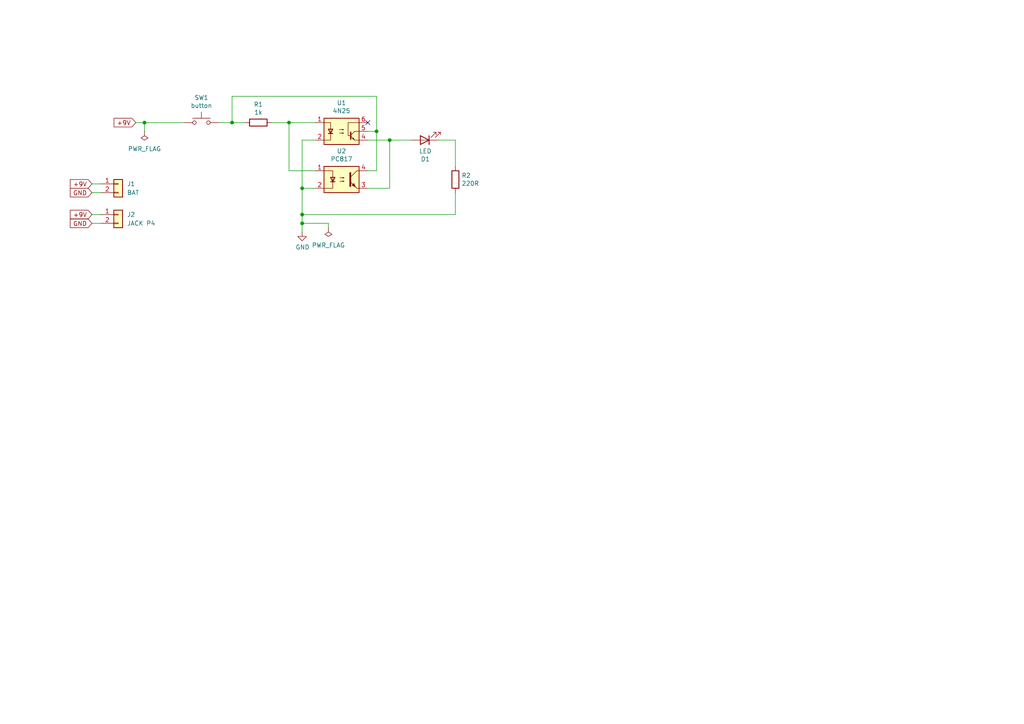
<source format=kicad_sch>
(kicad_sch (version 20211123) (generator eeschema)

  (uuid 67f6e996-3c99-493c-8f6f-e739e2ed5d7a)

  (paper "A4")

  (title_block
    (title "Opto Coupler Tester")
    (date "2022-03-14")
    (rev "Alfredo Savi")
  )

  (lib_symbols
    (symbol "Connector_Generic:Conn_01x02" (pin_names (offset 1.016) hide) (in_bom yes) (on_board yes)
      (property "Reference" "J" (id 0) (at 0 2.54 0)
        (effects (font (size 1.27 1.27)))
      )
      (property "Value" "Conn_01x02" (id 1) (at 0 -5.08 0)
        (effects (font (size 1.27 1.27)))
      )
      (property "Footprint" "" (id 2) (at 0 0 0)
        (effects (font (size 1.27 1.27)) hide)
      )
      (property "Datasheet" "~" (id 3) (at 0 0 0)
        (effects (font (size 1.27 1.27)) hide)
      )
      (property "ki_keywords" "connector" (id 4) (at 0 0 0)
        (effects (font (size 1.27 1.27)) hide)
      )
      (property "ki_description" "Generic connector, single row, 01x02, script generated (kicad-library-utils/schlib/autogen/connector/)" (id 5) (at 0 0 0)
        (effects (font (size 1.27 1.27)) hide)
      )
      (property "ki_fp_filters" "Connector*:*_1x??_*" (id 6) (at 0 0 0)
        (effects (font (size 1.27 1.27)) hide)
      )
      (symbol "Conn_01x02_1_1"
        (rectangle (start -1.27 -2.413) (end 0 -2.667)
          (stroke (width 0.1524) (type default) (color 0 0 0 0))
          (fill (type none))
        )
        (rectangle (start -1.27 0.127) (end 0 -0.127)
          (stroke (width 0.1524) (type default) (color 0 0 0 0))
          (fill (type none))
        )
        (rectangle (start -1.27 1.27) (end 1.27 -3.81)
          (stroke (width 0.254) (type default) (color 0 0 0 0))
          (fill (type background))
        )
        (pin passive line (at -5.08 0 0) (length 3.81)
          (name "Pin_1" (effects (font (size 1.27 1.27))))
          (number "1" (effects (font (size 1.27 1.27))))
        )
        (pin passive line (at -5.08 -2.54 0) (length 3.81)
          (name "Pin_2" (effects (font (size 1.27 1.27))))
          (number "2" (effects (font (size 1.27 1.27))))
        )
      )
    )
    (symbol "Device:LED" (pin_numbers hide) (pin_names (offset 1.016) hide) (in_bom yes) (on_board yes)
      (property "Reference" "D" (id 0) (at 0 2.54 0)
        (effects (font (size 1.27 1.27)))
      )
      (property "Value" "LED" (id 1) (at 0 -2.54 0)
        (effects (font (size 1.27 1.27)))
      )
      (property "Footprint" "" (id 2) (at 0 0 0)
        (effects (font (size 1.27 1.27)) hide)
      )
      (property "Datasheet" "~" (id 3) (at 0 0 0)
        (effects (font (size 1.27 1.27)) hide)
      )
      (property "ki_keywords" "LED diode" (id 4) (at 0 0 0)
        (effects (font (size 1.27 1.27)) hide)
      )
      (property "ki_description" "Light emitting diode" (id 5) (at 0 0 0)
        (effects (font (size 1.27 1.27)) hide)
      )
      (property "ki_fp_filters" "LED* LED_SMD:* LED_THT:*" (id 6) (at 0 0 0)
        (effects (font (size 1.27 1.27)) hide)
      )
      (symbol "LED_0_1"
        (polyline
          (pts
            (xy -1.27 -1.27)
            (xy -1.27 1.27)
          )
          (stroke (width 0.254) (type default) (color 0 0 0 0))
          (fill (type none))
        )
        (polyline
          (pts
            (xy -1.27 0)
            (xy 1.27 0)
          )
          (stroke (width 0) (type default) (color 0 0 0 0))
          (fill (type none))
        )
        (polyline
          (pts
            (xy 1.27 -1.27)
            (xy 1.27 1.27)
            (xy -1.27 0)
            (xy 1.27 -1.27)
          )
          (stroke (width 0.254) (type default) (color 0 0 0 0))
          (fill (type none))
        )
        (polyline
          (pts
            (xy -3.048 -0.762)
            (xy -4.572 -2.286)
            (xy -3.81 -2.286)
            (xy -4.572 -2.286)
            (xy -4.572 -1.524)
          )
          (stroke (width 0) (type default) (color 0 0 0 0))
          (fill (type none))
        )
        (polyline
          (pts
            (xy -1.778 -0.762)
            (xy -3.302 -2.286)
            (xy -2.54 -2.286)
            (xy -3.302 -2.286)
            (xy -3.302 -1.524)
          )
          (stroke (width 0) (type default) (color 0 0 0 0))
          (fill (type none))
        )
      )
      (symbol "LED_1_1"
        (pin passive line (at -3.81 0 0) (length 2.54)
          (name "K" (effects (font (size 1.27 1.27))))
          (number "1" (effects (font (size 1.27 1.27))))
        )
        (pin passive line (at 3.81 0 180) (length 2.54)
          (name "A" (effects (font (size 1.27 1.27))))
          (number "2" (effects (font (size 1.27 1.27))))
        )
      )
    )
    (symbol "Device:R" (pin_numbers hide) (pin_names (offset 0)) (in_bom yes) (on_board yes)
      (property "Reference" "R" (id 0) (at 2.032 0 90)
        (effects (font (size 1.27 1.27)))
      )
      (property "Value" "R" (id 1) (at 0 0 90)
        (effects (font (size 1.27 1.27)))
      )
      (property "Footprint" "" (id 2) (at -1.778 0 90)
        (effects (font (size 1.27 1.27)) hide)
      )
      (property "Datasheet" "~" (id 3) (at 0 0 0)
        (effects (font (size 1.27 1.27)) hide)
      )
      (property "ki_keywords" "R res resistor" (id 4) (at 0 0 0)
        (effects (font (size 1.27 1.27)) hide)
      )
      (property "ki_description" "Resistor" (id 5) (at 0 0 0)
        (effects (font (size 1.27 1.27)) hide)
      )
      (property "ki_fp_filters" "R_*" (id 6) (at 0 0 0)
        (effects (font (size 1.27 1.27)) hide)
      )
      (symbol "R_0_1"
        (rectangle (start -1.016 -2.54) (end 1.016 2.54)
          (stroke (width 0.254) (type default) (color 0 0 0 0))
          (fill (type none))
        )
      )
      (symbol "R_1_1"
        (pin passive line (at 0 3.81 270) (length 1.27)
          (name "~" (effects (font (size 1.27 1.27))))
          (number "1" (effects (font (size 1.27 1.27))))
        )
        (pin passive line (at 0 -3.81 90) (length 1.27)
          (name "~" (effects (font (size 1.27 1.27))))
          (number "2" (effects (font (size 1.27 1.27))))
        )
      )
    )
    (symbol "Isolator:4N25" (pin_names (offset 1.016)) (in_bom yes) (on_board yes)
      (property "Reference" "U" (id 0) (at -5.08 5.08 0)
        (effects (font (size 1.27 1.27)) (justify left))
      )
      (property "Value" "4N25" (id 1) (at 0 5.08 0)
        (effects (font (size 1.27 1.27)) (justify left))
      )
      (property "Footprint" "Package_DIP:DIP-6_W7.62mm" (id 2) (at -5.08 -5.08 0)
        (effects (font (size 1.27 1.27) italic) (justify left) hide)
      )
      (property "Datasheet" "https://www.vishay.com/docs/83725/4n25.pdf" (id 3) (at 0 0 0)
        (effects (font (size 1.27 1.27)) (justify left) hide)
      )
      (property "ki_keywords" "NPN DC Optocoupler Base Connected" (id 4) (at 0 0 0)
        (effects (font (size 1.27 1.27)) hide)
      )
      (property "ki_description" "DC Optocoupler Base Connected, Vce 30V, CTR 20%, Viso 2500V, DIP6" (id 5) (at 0 0 0)
        (effects (font (size 1.27 1.27)) hide)
      )
      (property "ki_fp_filters" "DIP*W7.62mm*" (id 6) (at 0 0 0)
        (effects (font (size 1.27 1.27)) hide)
      )
      (symbol "4N25_0_1"
        (rectangle (start -5.08 3.81) (end 5.08 -3.81)
          (stroke (width 0.254) (type default) (color 0 0 0 0))
          (fill (type background))
        )
        (polyline
          (pts
            (xy -3.81 -0.635)
            (xy -2.54 -0.635)
          )
          (stroke (width 0.254) (type default) (color 0 0 0 0))
          (fill (type none))
        )
        (polyline
          (pts
            (xy 2.667 -1.397)
            (xy 3.81 -2.54)
          )
          (stroke (width 0) (type default) (color 0 0 0 0))
          (fill (type none))
        )
        (polyline
          (pts
            (xy 2.667 -1.143)
            (xy 3.81 0)
          )
          (stroke (width 0) (type default) (color 0 0 0 0))
          (fill (type none))
        )
        (polyline
          (pts
            (xy 3.81 -2.54)
            (xy 5.08 -2.54)
          )
          (stroke (width 0) (type default) (color 0 0 0 0))
          (fill (type none))
        )
        (polyline
          (pts
            (xy 3.81 0)
            (xy 5.08 0)
          )
          (stroke (width 0) (type default) (color 0 0 0 0))
          (fill (type none))
        )
        (polyline
          (pts
            (xy 2.667 -0.254)
            (xy 2.667 -2.286)
            (xy 2.667 -2.286)
          )
          (stroke (width 0.3556) (type default) (color 0 0 0 0))
          (fill (type none))
        )
        (polyline
          (pts
            (xy -5.08 -2.54)
            (xy -3.175 -2.54)
            (xy -3.175 2.54)
            (xy -5.08 2.54)
          )
          (stroke (width 0) (type default) (color 0 0 0 0))
          (fill (type none))
        )
        (polyline
          (pts
            (xy -3.175 -0.635)
            (xy -3.81 0.635)
            (xy -2.54 0.635)
            (xy -3.175 -0.635)
          )
          (stroke (width 0.254) (type default) (color 0 0 0 0))
          (fill (type none))
        )
        (polyline
          (pts
            (xy 3.683 -2.413)
            (xy 3.429 -1.905)
            (xy 3.175 -2.159)
            (xy 3.683 -2.413)
          )
          (stroke (width 0) (type default) (color 0 0 0 0))
          (fill (type none))
        )
        (polyline
          (pts
            (xy 5.08 2.54)
            (xy 1.905 2.54)
            (xy 1.905 -1.27)
            (xy 2.54 -1.27)
          )
          (stroke (width 0) (type default) (color 0 0 0 0))
          (fill (type none))
        )
        (polyline
          (pts
            (xy -0.635 -0.508)
            (xy 0.635 -0.508)
            (xy 0.254 -0.635)
            (xy 0.254 -0.381)
            (xy 0.635 -0.508)
          )
          (stroke (width 0) (type default) (color 0 0 0 0))
          (fill (type none))
        )
        (polyline
          (pts
            (xy -0.635 0.508)
            (xy 0.635 0.508)
            (xy 0.254 0.381)
            (xy 0.254 0.635)
            (xy 0.635 0.508)
          )
          (stroke (width 0) (type default) (color 0 0 0 0))
          (fill (type none))
        )
      )
      (symbol "4N25_1_1"
        (pin passive line (at -7.62 2.54 0) (length 2.54)
          (name "~" (effects (font (size 1.27 1.27))))
          (number "1" (effects (font (size 1.27 1.27))))
        )
        (pin passive line (at -7.62 -2.54 0) (length 2.54)
          (name "~" (effects (font (size 1.27 1.27))))
          (number "2" (effects (font (size 1.27 1.27))))
        )
        (pin no_connect line (at -5.08 0 0) (length 2.54) hide
          (name "NC" (effects (font (size 1.27 1.27))))
          (number "3" (effects (font (size 1.27 1.27))))
        )
        (pin passive line (at 7.62 -2.54 180) (length 2.54)
          (name "~" (effects (font (size 1.27 1.27))))
          (number "4" (effects (font (size 1.27 1.27))))
        )
        (pin passive line (at 7.62 0 180) (length 2.54)
          (name "~" (effects (font (size 1.27 1.27))))
          (number "5" (effects (font (size 1.27 1.27))))
        )
        (pin passive line (at 7.62 2.54 180) (length 2.54)
          (name "~" (effects (font (size 1.27 1.27))))
          (number "6" (effects (font (size 1.27 1.27))))
        )
      )
    )
    (symbol "Isolator:PC817" (pin_names (offset 1.016)) (in_bom yes) (on_board yes)
      (property "Reference" "U" (id 0) (at -5.08 5.08 0)
        (effects (font (size 1.27 1.27)) (justify left))
      )
      (property "Value" "PC817" (id 1) (at 0 5.08 0)
        (effects (font (size 1.27 1.27)) (justify left))
      )
      (property "Footprint" "Package_DIP:DIP-4_W7.62mm" (id 2) (at -5.08 -5.08 0)
        (effects (font (size 1.27 1.27) italic) (justify left) hide)
      )
      (property "Datasheet" "http://www.soselectronic.cz/a_info/resource/d/pc817.pdf" (id 3) (at 0 0 0)
        (effects (font (size 1.27 1.27)) (justify left) hide)
      )
      (property "ki_keywords" "NPN DC Optocoupler" (id 4) (at 0 0 0)
        (effects (font (size 1.27 1.27)) hide)
      )
      (property "ki_description" "DC Optocoupler, Vce 35V, CTR 50-300%, DIP-4" (id 5) (at 0 0 0)
        (effects (font (size 1.27 1.27)) hide)
      )
      (property "ki_fp_filters" "DIP*W7.62mm*" (id 6) (at 0 0 0)
        (effects (font (size 1.27 1.27)) hide)
      )
      (symbol "PC817_0_1"
        (rectangle (start -5.08 3.81) (end 5.08 -3.81)
          (stroke (width 0.254) (type default) (color 0 0 0 0))
          (fill (type background))
        )
        (polyline
          (pts
            (xy -3.175 -0.635)
            (xy -1.905 -0.635)
          )
          (stroke (width 0.254) (type default) (color 0 0 0 0))
          (fill (type none))
        )
        (polyline
          (pts
            (xy 2.54 0.635)
            (xy 4.445 2.54)
          )
          (stroke (width 0) (type default) (color 0 0 0 0))
          (fill (type none))
        )
        (polyline
          (pts
            (xy 4.445 -2.54)
            (xy 2.54 -0.635)
          )
          (stroke (width 0) (type default) (color 0 0 0 0))
          (fill (type outline))
        )
        (polyline
          (pts
            (xy 4.445 -2.54)
            (xy 5.08 -2.54)
          )
          (stroke (width 0) (type default) (color 0 0 0 0))
          (fill (type none))
        )
        (polyline
          (pts
            (xy 4.445 2.54)
            (xy 5.08 2.54)
          )
          (stroke (width 0) (type default) (color 0 0 0 0))
          (fill (type none))
        )
        (polyline
          (pts
            (xy -5.08 2.54)
            (xy -2.54 2.54)
            (xy -2.54 -0.635)
          )
          (stroke (width 0) (type default) (color 0 0 0 0))
          (fill (type none))
        )
        (polyline
          (pts
            (xy -2.54 -0.635)
            (xy -2.54 -2.54)
            (xy -5.08 -2.54)
          )
          (stroke (width 0) (type default) (color 0 0 0 0))
          (fill (type none))
        )
        (polyline
          (pts
            (xy 2.54 1.905)
            (xy 2.54 -1.905)
            (xy 2.54 -1.905)
          )
          (stroke (width 0.508) (type default) (color 0 0 0 0))
          (fill (type none))
        )
        (polyline
          (pts
            (xy -2.54 -0.635)
            (xy -3.175 0.635)
            (xy -1.905 0.635)
            (xy -2.54 -0.635)
          )
          (stroke (width 0.254) (type default) (color 0 0 0 0))
          (fill (type none))
        )
        (polyline
          (pts
            (xy -0.508 -0.508)
            (xy 0.762 -0.508)
            (xy 0.381 -0.635)
            (xy 0.381 -0.381)
            (xy 0.762 -0.508)
          )
          (stroke (width 0) (type default) (color 0 0 0 0))
          (fill (type none))
        )
        (polyline
          (pts
            (xy -0.508 0.508)
            (xy 0.762 0.508)
            (xy 0.381 0.381)
            (xy 0.381 0.635)
            (xy 0.762 0.508)
          )
          (stroke (width 0) (type default) (color 0 0 0 0))
          (fill (type none))
        )
        (polyline
          (pts
            (xy 3.048 -1.651)
            (xy 3.556 -1.143)
            (xy 4.064 -2.159)
            (xy 3.048 -1.651)
            (xy 3.048 -1.651)
          )
          (stroke (width 0) (type default) (color 0 0 0 0))
          (fill (type outline))
        )
      )
      (symbol "PC817_1_1"
        (pin passive line (at -7.62 2.54 0) (length 2.54)
          (name "~" (effects (font (size 1.27 1.27))))
          (number "1" (effects (font (size 1.27 1.27))))
        )
        (pin passive line (at -7.62 -2.54 0) (length 2.54)
          (name "~" (effects (font (size 1.27 1.27))))
          (number "2" (effects (font (size 1.27 1.27))))
        )
        (pin passive line (at 7.62 -2.54 180) (length 2.54)
          (name "~" (effects (font (size 1.27 1.27))))
          (number "3" (effects (font (size 1.27 1.27))))
        )
        (pin passive line (at 7.62 2.54 180) (length 2.54)
          (name "~" (effects (font (size 1.27 1.27))))
          (number "4" (effects (font (size 1.27 1.27))))
        )
      )
    )
    (symbol "Switch:SW_MEC_5G" (pin_numbers hide) (pin_names (offset 1.016) hide) (in_bom yes) (on_board yes)
      (property "Reference" "SW" (id 0) (at 1.27 2.54 0)
        (effects (font (size 1.27 1.27)) (justify left))
      )
      (property "Value" "SW_MEC_5G" (id 1) (at 0 -1.524 0)
        (effects (font (size 1.27 1.27)))
      )
      (property "Footprint" "" (id 2) (at 0 5.08 0)
        (effects (font (size 1.27 1.27)) hide)
      )
      (property "Datasheet" "http://www.apem.com/int/index.php?controller=attachment&id_attachment=488" (id 3) (at 0 5.08 0)
        (effects (font (size 1.27 1.27)) hide)
      )
      (property "ki_keywords" "switch normally-open pushbutton push-button" (id 4) (at 0 0 0)
        (effects (font (size 1.27 1.27)) hide)
      )
      (property "ki_description" "MEC 5G single pole normally-open tactile switch" (id 5) (at 0 0 0)
        (effects (font (size 1.27 1.27)) hide)
      )
      (property "ki_fp_filters" "SW*MEC*5G*" (id 6) (at 0 0 0)
        (effects (font (size 1.27 1.27)) hide)
      )
      (symbol "SW_MEC_5G_0_1"
        (circle (center -2.032 0) (radius 0.508)
          (stroke (width 0) (type default) (color 0 0 0 0))
          (fill (type none))
        )
        (polyline
          (pts
            (xy 0 1.27)
            (xy 0 3.048)
          )
          (stroke (width 0) (type default) (color 0 0 0 0))
          (fill (type none))
        )
        (polyline
          (pts
            (xy 2.54 1.27)
            (xy -2.54 1.27)
          )
          (stroke (width 0) (type default) (color 0 0 0 0))
          (fill (type none))
        )
        (circle (center 2.032 0) (radius 0.508)
          (stroke (width 0) (type default) (color 0 0 0 0))
          (fill (type none))
        )
        (pin passive line (at -5.08 0 0) (length 2.54)
          (name "A" (effects (font (size 1.27 1.27))))
          (number "1" (effects (font (size 1.27 1.27))))
        )
        (pin passive line (at 5.08 0 180) (length 2.54)
          (name "B" (effects (font (size 1.27 1.27))))
          (number "3" (effects (font (size 1.27 1.27))))
        )
      )
      (symbol "SW_MEC_5G_1_1"
        (pin passive line (at -5.08 0 0) (length 2.54) hide
          (name "A" (effects (font (size 1.27 1.27))))
          (number "2" (effects (font (size 1.27 1.27))))
        )
        (pin passive line (at 5.08 0 180) (length 2.54) hide
          (name "B" (effects (font (size 1.27 1.27))))
          (number "4" (effects (font (size 1.27 1.27))))
        )
      )
    )
    (symbol "power:GND" (power) (pin_names (offset 0)) (in_bom yes) (on_board yes)
      (property "Reference" "#PWR" (id 0) (at 0 -6.35 0)
        (effects (font (size 1.27 1.27)) hide)
      )
      (property "Value" "GND" (id 1) (at 0 -3.81 0)
        (effects (font (size 1.27 1.27)))
      )
      (property "Footprint" "" (id 2) (at 0 0 0)
        (effects (font (size 1.27 1.27)) hide)
      )
      (property "Datasheet" "" (id 3) (at 0 0 0)
        (effects (font (size 1.27 1.27)) hide)
      )
      (property "ki_keywords" "power-flag" (id 4) (at 0 0 0)
        (effects (font (size 1.27 1.27)) hide)
      )
      (property "ki_description" "Power symbol creates a global label with name \"GND\" , ground" (id 5) (at 0 0 0)
        (effects (font (size 1.27 1.27)) hide)
      )
      (symbol "GND_0_1"
        (polyline
          (pts
            (xy 0 0)
            (xy 0 -1.27)
            (xy 1.27 -1.27)
            (xy 0 -2.54)
            (xy -1.27 -1.27)
            (xy 0 -1.27)
          )
          (stroke (width 0) (type default) (color 0 0 0 0))
          (fill (type none))
        )
      )
      (symbol "GND_1_1"
        (pin power_in line (at 0 0 270) (length 0) hide
          (name "GND" (effects (font (size 1.27 1.27))))
          (number "1" (effects (font (size 1.27 1.27))))
        )
      )
    )
    (symbol "power:PWR_FLAG" (power) (pin_numbers hide) (pin_names (offset 0) hide) (in_bom yes) (on_board yes)
      (property "Reference" "#FLG" (id 0) (at 0 1.905 0)
        (effects (font (size 1.27 1.27)) hide)
      )
      (property "Value" "PWR_FLAG" (id 1) (at 0 3.81 0)
        (effects (font (size 1.27 1.27)))
      )
      (property "Footprint" "" (id 2) (at 0 0 0)
        (effects (font (size 1.27 1.27)) hide)
      )
      (property "Datasheet" "~" (id 3) (at 0 0 0)
        (effects (font (size 1.27 1.27)) hide)
      )
      (property "ki_keywords" "power-flag" (id 4) (at 0 0 0)
        (effects (font (size 1.27 1.27)) hide)
      )
      (property "ki_description" "Special symbol for telling ERC where power comes from" (id 5) (at 0 0 0)
        (effects (font (size 1.27 1.27)) hide)
      )
      (symbol "PWR_FLAG_0_0"
        (pin power_out line (at 0 0 90) (length 0)
          (name "pwr" (effects (font (size 1.27 1.27))))
          (number "1" (effects (font (size 1.27 1.27))))
        )
      )
      (symbol "PWR_FLAG_0_1"
        (polyline
          (pts
            (xy 0 0)
            (xy 0 1.27)
            (xy -1.016 1.905)
            (xy 0 2.54)
            (xy 1.016 1.905)
            (xy 0 1.27)
          )
          (stroke (width 0) (type default) (color 0 0 0 0))
          (fill (type none))
        )
      )
    )
  )

  (junction (at 67.31 35.56) (diameter 0) (color 0 0 0 0)
    (uuid 03c52831-5dc5-43c5-a442-8d23643b46fb)
  )
  (junction (at 41.91 35.56) (diameter 0) (color 0 0 0 0)
    (uuid 17554f00-e647-4acc-b02a-82ea26155735)
  )
  (junction (at 87.63 54.61) (diameter 0) (color 0 0 0 0)
    (uuid 1831fb37-1c5d-42c4-b898-151be6fca9dc)
  )
  (junction (at 87.63 64.77) (diameter 0) (color 0 0 0 0)
    (uuid 4a48fb9e-20ad-468d-8ae0-7f183cbf1e35)
  )
  (junction (at 83.82 35.56) (diameter 0) (color 0 0 0 0)
    (uuid 716e31c5-485f-40b5-88e3-a75900da9811)
  )
  (junction (at 109.22 38.1) (diameter 0) (color 0 0 0 0)
    (uuid 94a873dc-af67-4ef9-8159-1f7c93eeb3d7)
  )
  (junction (at 87.63 62.23) (diameter 0) (color 0 0 0 0)
    (uuid a50de6f2-506d-49be-8e3e-1ffccc0de95e)
  )
  (junction (at 113.03 40.64) (diameter 0) (color 0 0 0 0)
    (uuid cbdcaa78-3bbc-413f-91bf-2709119373ce)
  )

  (no_connect (at 106.68 35.56) (uuid 42713045-fffd-4b2d-ae1e-7232d705fb12))

  (wire (pts (xy 26.67 53.34) (xy 29.21 53.34))
    (stroke (width 0) (type default) (color 0 0 0 0))
    (uuid 03a2b00c-eb37-46e1-a453-fb20a784b99a)
  )
  (wire (pts (xy 26.67 64.77) (xy 29.21 64.77))
    (stroke (width 0) (type default) (color 0 0 0 0))
    (uuid 0606874a-8758-44e9-ae59-f5feb3be295e)
  )
  (wire (pts (xy 109.22 49.53) (xy 109.22 38.1))
    (stroke (width 0) (type default) (color 0 0 0 0))
    (uuid 0b21a65d-d20b-411e-920a-75c343ac5136)
  )
  (wire (pts (xy 91.44 40.64) (xy 87.63 40.64))
    (stroke (width 0) (type default) (color 0 0 0 0))
    (uuid 0eaa98f0-9565-4637-ace3-42a5231b07f7)
  )
  (wire (pts (xy 87.63 54.61) (xy 87.63 62.23))
    (stroke (width 0) (type default) (color 0 0 0 0))
    (uuid 0f22151c-f260-4674-b486-4710a2c42a55)
  )
  (wire (pts (xy 83.82 35.56) (xy 91.44 35.56))
    (stroke (width 0) (type default) (color 0 0 0 0))
    (uuid 127679a9-3981-4934-815e-896a4e3ff56e)
  )
  (wire (pts (xy 26.67 62.23) (xy 29.21 62.23))
    (stroke (width 0) (type default) (color 0 0 0 0))
    (uuid 166e3d52-afca-4ca8-8e3f-0e81101d8411)
  )
  (wire (pts (xy 87.63 40.64) (xy 87.63 54.61))
    (stroke (width 0) (type default) (color 0 0 0 0))
    (uuid 181abe7a-f941-42b6-bd46-aaa3131f90fb)
  )
  (wire (pts (xy 113.03 40.64) (xy 119.38 40.64))
    (stroke (width 0) (type default) (color 0 0 0 0))
    (uuid 1e1b062d-fad0-427c-a622-c5b8a80b5268)
  )
  (wire (pts (xy 132.08 55.88) (xy 132.08 62.23))
    (stroke (width 0) (type default) (color 0 0 0 0))
    (uuid 25c3bcaf-5355-44c6-80f6-5a39fc38e90b)
  )
  (wire (pts (xy 95.25 64.77) (xy 87.63 64.77))
    (stroke (width 0) (type default) (color 0 0 0 0))
    (uuid 298adf48-e54c-421e-8ed6-3dd6ead47e26)
  )
  (wire (pts (xy 106.68 38.1) (xy 109.22 38.1))
    (stroke (width 0) (type default) (color 0 0 0 0))
    (uuid 29e78086-2175-405e-9ba3-c48766d2f50c)
  )
  (wire (pts (xy 113.03 54.61) (xy 113.03 40.64))
    (stroke (width 0) (type default) (color 0 0 0 0))
    (uuid 3b838d52-596d-4e4d-a6ac-e4c8e7621137)
  )
  (wire (pts (xy 109.22 27.94) (xy 67.31 27.94))
    (stroke (width 0) (type default) (color 0 0 0 0))
    (uuid 3cd1bda0-18db-417d-b581-a0c50623df68)
  )
  (wire (pts (xy 109.22 38.1) (xy 109.22 27.94))
    (stroke (width 0) (type default) (color 0 0 0 0))
    (uuid 4c8eb964-bdf4-44de-90e9-e2ab82dd5313)
  )
  (wire (pts (xy 106.68 40.64) (xy 113.03 40.64))
    (stroke (width 0) (type default) (color 0 0 0 0))
    (uuid 66116376-6967-4178-9f23-a26cdeafc400)
  )
  (wire (pts (xy 91.44 49.53) (xy 83.82 49.53))
    (stroke (width 0) (type default) (color 0 0 0 0))
    (uuid 6a45789b-3855-401f-8139-3c734f7f52f9)
  )
  (wire (pts (xy 78.74 35.56) (xy 83.82 35.56))
    (stroke (width 0) (type default) (color 0 0 0 0))
    (uuid 6c9b793c-e74d-4754-a2c0-901e73b26f1c)
  )
  (wire (pts (xy 127 40.64) (xy 132.08 40.64))
    (stroke (width 0) (type default) (color 0 0 0 0))
    (uuid 6dde29d9-0593-4287-9692-08dc4b8bec19)
  )
  (wire (pts (xy 106.68 54.61) (xy 113.03 54.61))
    (stroke (width 0) (type default) (color 0 0 0 0))
    (uuid 749dfe75-c0d6-4872-9330-29c5bbcb8ff8)
  )
  (wire (pts (xy 41.91 35.56) (xy 53.34 35.56))
    (stroke (width 0) (type default) (color 0 0 0 0))
    (uuid 8174b4de-74b1-48db-ab8e-c8432251095b)
  )
  (wire (pts (xy 87.63 64.77) (xy 87.63 67.31))
    (stroke (width 0) (type default) (color 0 0 0 0))
    (uuid 85ab2dac-c8d5-4d46-a123-ee53614b764a)
  )
  (wire (pts (xy 91.44 54.61) (xy 87.63 54.61))
    (stroke (width 0) (type default) (color 0 0 0 0))
    (uuid 9340c285-5767-42d5-8b6d-63fe2a40ddf3)
  )
  (wire (pts (xy 39.37 35.56) (xy 41.91 35.56))
    (stroke (width 0) (type default) (color 0 0 0 0))
    (uuid 93654e1c-3120-460c-8441-44fb7c4b5e5c)
  )
  (wire (pts (xy 87.63 62.23) (xy 87.63 64.77))
    (stroke (width 0) (type default) (color 0 0 0 0))
    (uuid a0245988-5b85-41b1-81e0-34bc4810df0f)
  )
  (wire (pts (xy 67.31 35.56) (xy 63.5 35.56))
    (stroke (width 0) (type default) (color 0 0 0 0))
    (uuid a1823eb2-fb0d-4ed8-8b96-04184ac3a9d5)
  )
  (wire (pts (xy 95.25 66.04) (xy 95.25 64.77))
    (stroke (width 0) (type default) (color 0 0 0 0))
    (uuid ad3c57e0-80b0-4fc2-a17e-b8f8a475099d)
  )
  (wire (pts (xy 83.82 49.53) (xy 83.82 35.56))
    (stroke (width 0) (type default) (color 0 0 0 0))
    (uuid b1086f75-01ba-4188-8d36-75a9e2828ca9)
  )
  (wire (pts (xy 41.91 35.56) (xy 41.91 38.1))
    (stroke (width 0) (type default) (color 0 0 0 0))
    (uuid c2b3e916-63e8-4d1b-a789-97f5e874ff50)
  )
  (wire (pts (xy 132.08 40.64) (xy 132.08 48.26))
    (stroke (width 0) (type default) (color 0 0 0 0))
    (uuid d090e542-0dec-4035-a366-a9e3164043bf)
  )
  (wire (pts (xy 87.63 62.23) (xy 132.08 62.23))
    (stroke (width 0) (type default) (color 0 0 0 0))
    (uuid d2f20dd3-27db-439d-8c83-bfefe885cc0f)
  )
  (wire (pts (xy 67.31 27.94) (xy 67.31 35.56))
    (stroke (width 0) (type default) (color 0 0 0 0))
    (uuid d57dcfee-5058-4fc2-a68b-05f9a48f685b)
  )
  (wire (pts (xy 26.67 55.88) (xy 29.21 55.88))
    (stroke (width 0) (type default) (color 0 0 0 0))
    (uuid d9904713-5589-410c-a87c-dc35e17cdc96)
  )
  (wire (pts (xy 71.12 35.56) (xy 67.31 35.56))
    (stroke (width 0) (type default) (color 0 0 0 0))
    (uuid fd470e95-4861-44fe-b1e4-6d8a7c66e144)
  )
  (wire (pts (xy 106.68 49.53) (xy 109.22 49.53))
    (stroke (width 0) (type default) (color 0 0 0 0))
    (uuid fe8d9267-7834-48d6-a191-c8724b2ee78d)
  )

  (global_label "GND" (shape input) (at 26.67 64.77 180) (fields_autoplaced)
    (effects (font (size 1.27 1.27)) (justify right))
    (uuid 20ee58f3-9ee6-4d18-b650-acd06adbe60c)
    (property "Intersheet References" "${INTERSHEET_REFS}" (id 0) (at 20.4753 64.6906 0)
      (effects (font (size 1.27 1.27)) (justify right) hide)
    )
  )
  (global_label "+9V" (shape input) (at 26.67 53.34 180) (fields_autoplaced)
    (effects (font (size 1.27 1.27)) (justify right))
    (uuid 2d0c4002-e7ff-4076-abe4-93ece123726b)
    (property "Intersheet References" "${INTERSHEET_REFS}" (id 0) (at 20.4753 53.2606 0)
      (effects (font (size 1.27 1.27)) (justify right) hide)
    )
  )
  (global_label "+9V" (shape input) (at 26.67 62.23 180) (fields_autoplaced)
    (effects (font (size 1.27 1.27)) (justify right))
    (uuid 315c9ca5-e05c-44bb-9d88-30d1f8620bc4)
    (property "Intersheet References" "${INTERSHEET_REFS}" (id 0) (at 20.4753 62.1506 0)
      (effects (font (size 1.27 1.27)) (justify right) hide)
    )
  )
  (global_label "GND" (shape input) (at 26.67 55.88 180) (fields_autoplaced)
    (effects (font (size 1.27 1.27)) (justify right))
    (uuid 7e27c0a2-adaa-404d-878c-cba39a2e9014)
    (property "Intersheet References" "${INTERSHEET_REFS}" (id 0) (at 20.4753 55.8006 0)
      (effects (font (size 1.27 1.27)) (justify right) hide)
    )
  )
  (global_label "+9V" (shape input) (at 39.37 35.56 180) (fields_autoplaced)
    (effects (font (size 1.27 1.27)) (justify right))
    (uuid a97fb80a-2549-42f2-9959-6c752b314245)
    (property "Intersheet References" "${INTERSHEET_REFS}" (id 0) (at 33.1753 35.4806 0)
      (effects (font (size 1.27 1.27)) (justify right) hide)
    )
  )

  (symbol (lib_id "Device:LED") (at 123.19 40.64 180) (unit 1)
    (in_bom yes) (on_board yes)
    (uuid 00000000-0000-0000-0000-00005ee4bd12)
    (property "Reference" "D1" (id 0) (at 123.3678 46.1518 0))
    (property "Value" "LED" (id 1) (at 123.3678 43.8404 0))
    (property "Footprint" "LED_THT:LED_D5.0mm" (id 2) (at 123.19 40.64 0)
      (effects (font (size 1.27 1.27)) hide)
    )
    (property "Datasheet" "~" (id 3) (at 123.19 40.64 0)
      (effects (font (size 1.27 1.27)) hide)
    )
    (pin "1" (uuid 1ec27088-4530-4651-836b-ab61617e6354))
    (pin "2" (uuid 412592ef-08af-424b-8237-fc9a17f9c68d))
  )

  (symbol (lib_id "Device:R") (at 132.08 52.07 0) (unit 1)
    (in_bom yes) (on_board yes)
    (uuid 00000000-0000-0000-0000-00005ee4c070)
    (property "Reference" "R2" (id 0) (at 133.858 50.9016 0)
      (effects (font (size 1.27 1.27)) (justify left))
    )
    (property "Value" "220R" (id 1) (at 133.858 53.213 0)
      (effects (font (size 1.27 1.27)) (justify left))
    )
    (property "Footprint" "Resistor_THT:R_Axial_DIN0207_L6.3mm_D2.5mm_P7.62mm_Horizontal" (id 2) (at 130.302 52.07 90)
      (effects (font (size 1.27 1.27)) hide)
    )
    (property "Datasheet" "~" (id 3) (at 132.08 52.07 0)
      (effects (font (size 1.27 1.27)) hide)
    )
    (pin "1" (uuid 44ef40ed-afb0-4633-b46f-d94ccda95e42))
    (pin "2" (uuid 688299c8-90ce-44b5-bcae-db3f7c3f0314))
  )

  (symbol (lib_id "Device:R") (at 74.93 35.56 270) (unit 1)
    (in_bom yes) (on_board yes)
    (uuid 00000000-0000-0000-0000-00005ee4c8a3)
    (property "Reference" "R1" (id 0) (at 74.93 30.3022 90))
    (property "Value" "1k" (id 1) (at 74.93 32.6136 90))
    (property "Footprint" "Resistor_THT:R_Axial_DIN0207_L6.3mm_D2.5mm_P7.62mm_Horizontal" (id 2) (at 74.93 33.782 90)
      (effects (font (size 1.27 1.27)) hide)
    )
    (property "Datasheet" "~" (id 3) (at 74.93 35.56 0)
      (effects (font (size 1.27 1.27)) hide)
    )
    (pin "1" (uuid 00e36ae2-21fe-4735-ab74-fd6e2b9ef772))
    (pin "2" (uuid 5cddb29d-05d5-45e1-9615-1d529fc7c962))
  )

  (symbol (lib_id "Switch:SW_MEC_5G") (at 58.42 35.56 0) (unit 1)
    (in_bom yes) (on_board yes)
    (uuid 00000000-0000-0000-0000-00005ee4d696)
    (property "Reference" "SW1" (id 0) (at 58.42 28.321 0))
    (property "Value" "button" (id 1) (at 58.42 30.6324 0))
    (property "Footprint" "Button_Switch_THT:SW_PUSH_6mm_H8mm" (id 2) (at 58.42 30.48 0)
      (effects (font (size 1.27 1.27)) hide)
    )
    (property "Datasheet" "http://www.apem.com/int/index.php?controller=attachment&id_attachment=488" (id 3) (at 58.42 30.48 0)
      (effects (font (size 1.27 1.27)) hide)
    )
    (pin "1" (uuid 9625ca51-d997-44f4-87ff-ffd6f16a13e1))
    (pin "3" (uuid c2ee2f13-b352-4dfb-b866-cfa99150ae51))
    (pin "2" (uuid 5224137e-af6f-422f-90ce-2987aabd258a))
    (pin "4" (uuid 086fb57a-b379-478f-9b4d-cec5c60e42ba))
  )

  (symbol (lib_id "Isolator:4N25") (at 99.06 38.1 0) (unit 1)
    (in_bom yes) (on_board yes)
    (uuid 00000000-0000-0000-0000-00005ee517a7)
    (property "Reference" "U1" (id 0) (at 99.06 29.845 0))
    (property "Value" "4N25" (id 1) (at 99.06 32.1564 0))
    (property "Footprint" "Package_DIP:DIP-6_W7.62mm" (id 2) (at 93.98 43.18 0)
      (effects (font (size 1.27 1.27) italic) (justify left) hide)
    )
    (property "Datasheet" "https://www.vishay.com/docs/83725/4n25.pdf" (id 3) (at 99.06 38.1 0)
      (effects (font (size 1.27 1.27)) (justify left) hide)
    )
    (pin "1" (uuid cfdfa8c8-35d8-45dc-a3f3-e836c8fa5543))
    (pin "2" (uuid fa304a79-627e-40e2-957a-9c1bf1736039))
    (pin "3" (uuid d987cd19-4158-4a5e-908e-0586d4a99558))
    (pin "4" (uuid a8bf04f8-911c-4c86-8ffc-d661627afddc))
    (pin "5" (uuid 5d9c1ec3-1d4c-4767-8cad-930f8d9b4f6d))
    (pin "6" (uuid 62882a8b-9221-4e5a-a83b-e5c680f69a7b))
  )

  (symbol (lib_id "Isolator:PC817") (at 99.06 52.07 0) (unit 1)
    (in_bom yes) (on_board yes)
    (uuid 00000000-0000-0000-0000-00005ee558d9)
    (property "Reference" "U2" (id 0) (at 99.06 43.815 0))
    (property "Value" "PC817" (id 1) (at 99.06 46.1264 0))
    (property "Footprint" "Package_DIP:DIP-4_W7.62mm" (id 2) (at 93.98 57.15 0)
      (effects (font (size 1.27 1.27) italic) (justify left) hide)
    )
    (property "Datasheet" "http://www.soselectronic.cz/a_info/resource/d/pc817.pdf" (id 3) (at 99.06 52.07 0)
      (effects (font (size 1.27 1.27)) (justify left) hide)
    )
    (pin "1" (uuid 3dd59612-cd48-40df-ae56-61470aec0b37))
    (pin "2" (uuid 4606ed78-32c7-4352-8bee-519a83c41a56))
    (pin "3" (uuid 14973eef-c997-436d-95d0-3d3754c1e0e6))
    (pin "4" (uuid 1590f936-6954-420d-b5ea-03c6be3cc24e))
  )

  (symbol (lib_id "power:PWR_FLAG") (at 41.91 38.1 180) (unit 1)
    (in_bom yes) (on_board yes) (fields_autoplaced)
    (uuid 30ed16db-cef0-41d7-a41d-7fd17bc9a0f5)
    (property "Reference" "#FLG01" (id 0) (at 41.91 40.005 0)
      (effects (font (size 1.27 1.27)) hide)
    )
    (property "Value" "PWR_FLAG" (id 1) (at 41.91 43.18 0))
    (property "Footprint" "" (id 2) (at 41.91 38.1 0)
      (effects (font (size 1.27 1.27)) hide)
    )
    (property "Datasheet" "~" (id 3) (at 41.91 38.1 0)
      (effects (font (size 1.27 1.27)) hide)
    )
    (pin "1" (uuid 6dad4315-1d35-4b27-90a9-ece6461ec59d))
  )

  (symbol (lib_id "power:GND") (at 87.63 67.31 0) (unit 1)
    (in_bom yes) (on_board yes)
    (uuid 6e297aa3-fade-4f0a-8dbe-c2f7e08d2d81)
    (property "Reference" "#PWR01" (id 0) (at 87.63 73.66 0)
      (effects (font (size 1.27 1.27)) hide)
    )
    (property "Value" "GND" (id 1) (at 87.757 71.7042 0))
    (property "Footprint" "" (id 2) (at 87.63 67.31 0)
      (effects (font (size 1.27 1.27)) hide)
    )
    (property "Datasheet" "" (id 3) (at 87.63 67.31 0)
      (effects (font (size 1.27 1.27)) hide)
    )
    (pin "1" (uuid bd29d1a4-fb10-42e3-bc19-cc8a939e3565))
  )

  (symbol (lib_id "power:PWR_FLAG") (at 95.25 66.04 180) (unit 1)
    (in_bom yes) (on_board yes) (fields_autoplaced)
    (uuid b8dc851d-ffa0-4fa3-9828-881c49ef18f5)
    (property "Reference" "#FLG02" (id 0) (at 95.25 67.945 0)
      (effects (font (size 1.27 1.27)) hide)
    )
    (property "Value" "PWR_FLAG" (id 1) (at 95.25 71.12 0))
    (property "Footprint" "" (id 2) (at 95.25 66.04 0)
      (effects (font (size 1.27 1.27)) hide)
    )
    (property "Datasheet" "~" (id 3) (at 95.25 66.04 0)
      (effects (font (size 1.27 1.27)) hide)
    )
    (pin "1" (uuid 2337b3ea-47f9-4a44-8080-62a80c05a4b8))
  )

  (symbol (lib_id "Connector_Generic:Conn_01x02") (at 34.29 62.23 0) (unit 1)
    (in_bom yes) (on_board yes) (fields_autoplaced)
    (uuid e4eaee0b-7e68-4ea3-a9db-718d7252258e)
    (property "Reference" "J2" (id 0) (at 36.83 62.2299 0)
      (effects (font (size 1.27 1.27)) (justify left))
    )
    (property "Value" "JACK P4" (id 1) (at 36.83 64.7699 0)
      (effects (font (size 1.27 1.27)) (justify left))
    )
    (property "Footprint" "Connector_BarrelJack:BarrelJack_Horizontal" (id 2) (at 34.29 62.23 0)
      (effects (font (size 1.27 1.27)) hide)
    )
    (property "Datasheet" "~" (id 3) (at 34.29 62.23 0)
      (effects (font (size 1.27 1.27)) hide)
    )
    (pin "1" (uuid d8735775-66e9-48f1-ad25-a0cb7a5ab2e7))
    (pin "2" (uuid 4c237919-3273-4e71-99cd-a47bd71fdf79))
  )

  (symbol (lib_id "Connector_Generic:Conn_01x02") (at 34.29 53.34 0) (unit 1)
    (in_bom yes) (on_board yes) (fields_autoplaced)
    (uuid f9e5bea8-4844-4f9d-be09-e86dd96baefe)
    (property "Reference" "J1" (id 0) (at 36.83 53.3399 0)
      (effects (font (size 1.27 1.27)) (justify left))
    )
    (property "Value" "BAT" (id 1) (at 36.83 55.8799 0)
      (effects (font (size 1.27 1.27)) (justify left))
    )
    (property "Footprint" "Connector_PinHeader_2.54mm:PinHeader_1x02_P2.54mm_Vertical" (id 2) (at 34.29 53.34 0)
      (effects (font (size 1.27 1.27)) hide)
    )
    (property "Datasheet" "~" (id 3) (at 34.29 53.34 0)
      (effects (font (size 1.27 1.27)) hide)
    )
    (pin "1" (uuid 05fd642c-f843-4e50-980e-f69920a9fe2f))
    (pin "2" (uuid 65b45d05-d30e-41fc-87df-58c1aa2a3dc1))
  )

  (sheet_instances
    (path "/" (page "1"))
  )

  (symbol_instances
    (path "/30ed16db-cef0-41d7-a41d-7fd17bc9a0f5"
      (reference "#FLG01") (unit 1) (value "PWR_FLAG") (footprint "")
    )
    (path "/b8dc851d-ffa0-4fa3-9828-881c49ef18f5"
      (reference "#FLG02") (unit 1) (value "PWR_FLAG") (footprint "")
    )
    (path "/6e297aa3-fade-4f0a-8dbe-c2f7e08d2d81"
      (reference "#PWR01") (unit 1) (value "GND") (footprint "")
    )
    (path "/00000000-0000-0000-0000-00005ee4bd12"
      (reference "D1") (unit 1) (value "LED") (footprint "LED_THT:LED_D5.0mm")
    )
    (path "/f9e5bea8-4844-4f9d-be09-e86dd96baefe"
      (reference "J1") (unit 1) (value "BAT") (footprint "Connector_PinHeader_2.54mm:PinHeader_1x02_P2.54mm_Vertical")
    )
    (path "/e4eaee0b-7e68-4ea3-a9db-718d7252258e"
      (reference "J2") (unit 1) (value "JACK P4") (footprint "Connector_BarrelJack:BarrelJack_Horizontal")
    )
    (path "/00000000-0000-0000-0000-00005ee4c8a3"
      (reference "R1") (unit 1) (value "1k") (footprint "Resistor_THT:R_Axial_DIN0207_L6.3mm_D2.5mm_P7.62mm_Horizontal")
    )
    (path "/00000000-0000-0000-0000-00005ee4c070"
      (reference "R2") (unit 1) (value "220R") (footprint "Resistor_THT:R_Axial_DIN0207_L6.3mm_D2.5mm_P7.62mm_Horizontal")
    )
    (path "/00000000-0000-0000-0000-00005ee4d696"
      (reference "SW1") (unit 1) (value "button") (footprint "Button_Switch_THT:SW_PUSH_6mm_H8mm")
    )
    (path "/00000000-0000-0000-0000-00005ee517a7"
      (reference "U1") (unit 1) (value "4N25") (footprint "Package_DIP:DIP-6_W7.62mm")
    )
    (path "/00000000-0000-0000-0000-00005ee558d9"
      (reference "U2") (unit 1) (value "PC817") (footprint "Package_DIP:DIP-4_W7.62mm")
    )
  )
)

</source>
